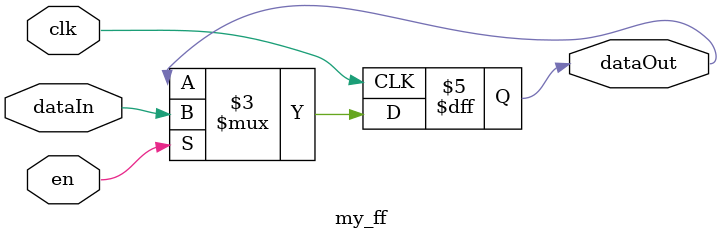
<source format=v>
module my_ff(
	input wire clk,
	input wire en,
	input wire dataIn,
	output reg dataOut
);
	
	
	always @ (posedge clk) begin
		if (en)
			dataOut = dataIn;
		else
			dataOut = dataOut;
		end
endmodule

</source>
